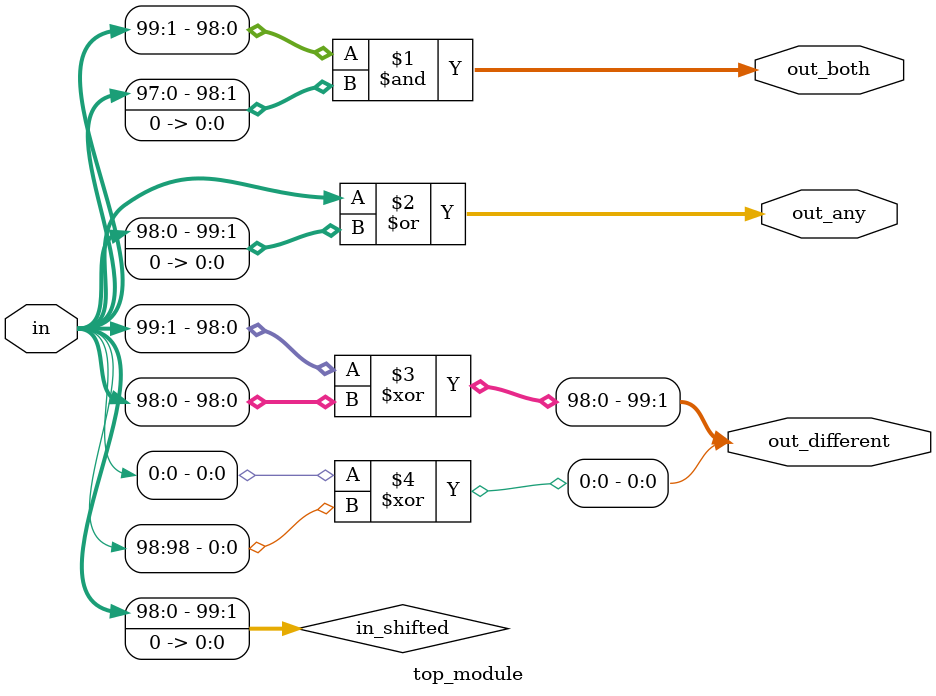
<source format=sv>
module top_module (
    input [99:0] in,
    output [98:0] out_both,
    output [99:0] out_any,
    output [99:0] out_different
);
    wire [99:0] in_shifted;

    assign in_shifted = {in[98:0], 1'b0};    // Shift 'in' by one bit to the right
    
    assign out_both = in[99:1] & in_shifted[98:0];    // AND operation for 99-bit wide vector
    assign out_any = in | in_shifted;                // OR operation for 100-bit wide vector
    assign out_different[99:1] = in[99:1] ^ in_shifted[99:1];   // XOR operation for 99-bit wide vector
    assign out_different[0] = in[0] ^ in_shifted[99];           // XOR operation for the first bit of 'in' and last bit of 'in_shifted'

endmodule

</source>
